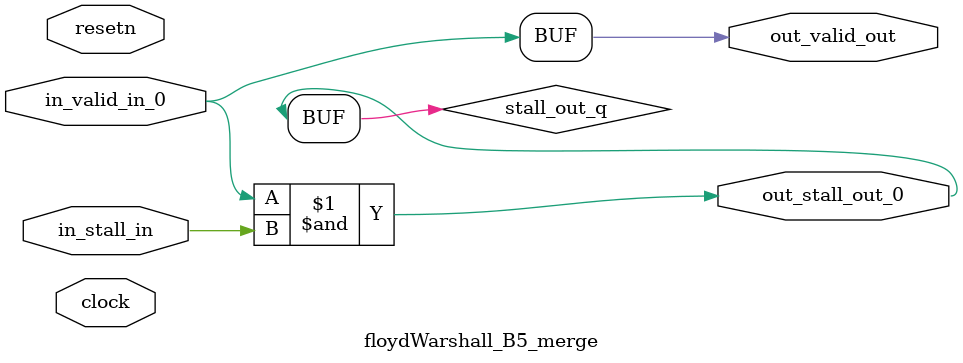
<source format=sv>



(* altera_attribute = "-name AUTO_SHIFT_REGISTER_RECOGNITION OFF; -name MESSAGE_DISABLE 10036; -name MESSAGE_DISABLE 10037; -name MESSAGE_DISABLE 14130; -name MESSAGE_DISABLE 14320; -name MESSAGE_DISABLE 15400; -name MESSAGE_DISABLE 14130; -name MESSAGE_DISABLE 10036; -name MESSAGE_DISABLE 12020; -name MESSAGE_DISABLE 12030; -name MESSAGE_DISABLE 12010; -name MESSAGE_DISABLE 12110; -name MESSAGE_DISABLE 14320; -name MESSAGE_DISABLE 13410; -name MESSAGE_DISABLE 113007; -name MESSAGE_DISABLE 10958" *)
module floydWarshall_B5_merge (
    input wire [0:0] in_stall_in,
    input wire [0:0] in_valid_in_0,
    output wire [0:0] out_stall_out_0,
    output wire [0:0] out_valid_out,
    input wire clock,
    input wire resetn
    );

    wire [0:0] stall_out_q;


    // stall_out(LOGICAL,6)
    assign stall_out_q = in_valid_in_0 & in_stall_in;

    // out_stall_out_0(GPOUT,4)
    assign out_stall_out_0 = stall_out_q;

    // out_valid_out(GPOUT,5)
    assign out_valid_out = in_valid_in_0;

endmodule

</source>
